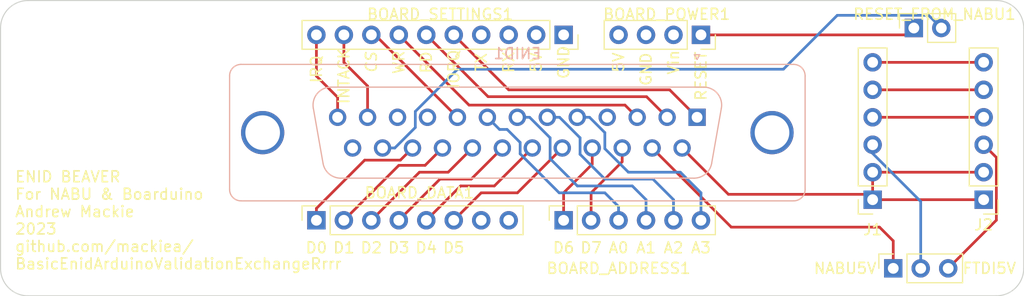
<source format=kicad_pcb>
(kicad_pcb (version 20171130) (host pcbnew "(5.1.8)-1")

  (general
    (thickness 1.6)
    (drawings 37)
    (tracks 100)
    (zones 0)
    (modules 9)
    (nets 41)
  )

  (page A4)
  (layers
    (0 F.Cu signal)
    (31 B.Cu signal)
    (32 B.Adhes user)
    (33 F.Adhes user)
    (34 B.Paste user)
    (35 F.Paste user)
    (36 B.SilkS user)
    (37 F.SilkS user)
    (38 B.Mask user)
    (39 F.Mask user)
    (40 Dwgs.User user)
    (41 Cmts.User user)
    (42 Eco1.User user)
    (43 Eco2.User user)
    (44 Edge.Cuts user)
    (45 Margin user)
    (46 B.CrtYd user)
    (47 F.CrtYd user)
    (48 B.Fab user)
    (49 F.Fab user)
  )

  (setup
    (last_trace_width 0.25)
    (trace_clearance 0.2)
    (zone_clearance 0.508)
    (zone_45_only no)
    (trace_min 0.2)
    (via_size 0.8)
    (via_drill 0.4)
    (via_min_size 0.4)
    (via_min_drill 0.3)
    (uvia_size 0.3)
    (uvia_drill 0.1)
    (uvias_allowed no)
    (uvia_min_size 0.2)
    (uvia_min_drill 0.1)
    (edge_width 0.1)
    (segment_width 0.2)
    (pcb_text_width 0.3)
    (pcb_text_size 1.5 1.5)
    (mod_edge_width 0.15)
    (mod_text_size 1 1)
    (mod_text_width 0.15)
    (pad_size 1.524 1.524)
    (pad_drill 0.762)
    (pad_to_mask_clearance 0)
    (aux_axis_origin 0 0)
    (visible_elements 7FFFFFFF)
    (pcbplotparams
      (layerselection 0x010fc_ffffffff)
      (usegerberextensions false)
      (usegerberattributes true)
      (usegerberadvancedattributes true)
      (creategerberjobfile true)
      (excludeedgelayer true)
      (linewidth 0.100000)
      (plotframeref false)
      (viasonmask false)
      (mode 1)
      (useauxorigin false)
      (hpglpennumber 1)
      (hpglpenspeed 20)
      (hpglpendiameter 15.000000)
      (psnegative false)
      (psa4output false)
      (plotreference true)
      (plotvalue true)
      (plotinvisibletext false)
      (padsonsilk false)
      (subtractmaskfromsilk false)
      (outputformat 1)
      (mirror false)
      (drillshape 0)
      (scaleselection 1)
      (outputdirectory ""))
  )

  (net 0 "")
  (net 1 ADDRESS_3)
  (net 2 ADDRESS_2)
  (net 3 ADDRESS_1)
  (net 4 ADDRESS_0)
  (net 5 DATA_7)
  (net 6 DATA_6)
  (net 7 DATA_5)
  (net 8 DATA_4)
  (net 9 DATA_3)
  (net 10 DATA_2)
  (net 11 DATA_1)
  (net 12 DATA_0)
  (net 13 GROUND_1)
  (net 14 "Net-(BOARD_POWER1-Pad4)")
  (net 15 "Net-(BOARD_POWER1-Pad3)")
  (net 16 "Net-(BOARD_POWER1-Pad2)")
  (net 17 RESET)
  (net 18 WAIT_REQUEST)
  (net 19 CARD_SELECT)
  (net 20 INTERRUPT_ACKNOWLEDGE)
  (net 21 INTERRUPT_REQUEST)
  (net 22 WRITE)
  (net 23 READ)
  (net 24 IO_REQUEST)
  (net 25 +5V_1)
  (net 26 3.58MhzClock)
  (net 27 AUDIO)
  (net 28 1.79MhzClock)
  (net 29 "Net-(J1-Pad6)")
  (net 30 "Net-(J1-Pad5)")
  (net 31 "Net-(J1-Pad4)")
  (net 32 "Net-(J1-Pad3)")
  (net 33 BOARD_RESET)
  (net 34 AREF)
  (net 35 GND_UNUSED2)
  (net 36 ARDUINO_WRITE)
  (net 37 ARDUINO_READ)
  (net 38 5V_UNUSED)
  (net 39 GND_UNUSED1)
  (net 40 "Net-(J2-Pad3)")

  (net_class Default "This is the default net class."
    (clearance 0.2)
    (trace_width 0.25)
    (via_dia 0.8)
    (via_drill 0.4)
    (uvia_dia 0.3)
    (uvia_drill 0.1)
    (add_net +5V_1)
    (add_net 1.79MhzClock)
    (add_net 3.58MhzClock)
    (add_net 5V_UNUSED)
    (add_net ADDRESS_0)
    (add_net ADDRESS_1)
    (add_net ADDRESS_2)
    (add_net ADDRESS_3)
    (add_net ARDUINO_READ)
    (add_net ARDUINO_WRITE)
    (add_net AREF)
    (add_net AUDIO)
    (add_net BOARD_RESET)
    (add_net CARD_SELECT)
    (add_net DATA_0)
    (add_net DATA_1)
    (add_net DATA_2)
    (add_net DATA_3)
    (add_net DATA_4)
    (add_net DATA_5)
    (add_net DATA_6)
    (add_net DATA_7)
    (add_net GND_UNUSED1)
    (add_net GND_UNUSED2)
    (add_net GROUND_1)
    (add_net INTERRUPT_ACKNOWLEDGE)
    (add_net INTERRUPT_REQUEST)
    (add_net IO_REQUEST)
    (add_net "Net-(BOARD_POWER1-Pad2)")
    (add_net "Net-(BOARD_POWER1-Pad3)")
    (add_net "Net-(BOARD_POWER1-Pad4)")
    (add_net "Net-(J1-Pad3)")
    (add_net "Net-(J1-Pad4)")
    (add_net "Net-(J1-Pad5)")
    (add_net "Net-(J1-Pad6)")
    (add_net "Net-(J2-Pad3)")
    (add_net READ)
    (add_net RESET)
    (add_net WAIT_REQUEST)
    (add_net WRITE)
  )

  (module Connector_PinSocket_2.54mm:PinSocket_1x02_P2.54mm_Vertical (layer F.Cu) (tedit 5A19A420) (tstamp 64047931)
    (at 169.545 116.84 90)
    (descr "Through hole straight socket strip, 1x02, 2.54mm pitch, single row (from Kicad 4.0.7), script generated")
    (tags "Through hole socket strip THT 1x02 2.54mm single row")
    (path /640647AF)
    (fp_text reference RESET_FROM_NABU1 (at 1.27 1.905 180) (layer F.SilkS)
      (effects (font (size 1 1) (thickness 0.15)))
    )
    (fp_text value Conn_01x02_Male (at -1.905 0.635 180) (layer F.Fab)
      (effects (font (size 1 1) (thickness 0.15)))
    )
    (fp_line (start -1.27 -1.27) (end 0.635 -1.27) (layer F.Fab) (width 0.1))
    (fp_line (start 0.635 -1.27) (end 1.27 -0.635) (layer F.Fab) (width 0.1))
    (fp_line (start 1.27 -0.635) (end 1.27 3.81) (layer F.Fab) (width 0.1))
    (fp_line (start 1.27 3.81) (end -1.27 3.81) (layer F.Fab) (width 0.1))
    (fp_line (start -1.27 3.81) (end -1.27 -1.27) (layer F.Fab) (width 0.1))
    (fp_line (start -1.33 1.27) (end 1.33 1.27) (layer F.SilkS) (width 0.12))
    (fp_line (start -1.33 1.27) (end -1.33 3.87) (layer F.SilkS) (width 0.12))
    (fp_line (start -1.33 3.87) (end 1.33 3.87) (layer F.SilkS) (width 0.12))
    (fp_line (start 1.33 1.27) (end 1.33 3.87) (layer F.SilkS) (width 0.12))
    (fp_line (start 1.33 -1.33) (end 1.33 0) (layer F.SilkS) (width 0.12))
    (fp_line (start 0 -1.33) (end 1.33 -1.33) (layer F.SilkS) (width 0.12))
    (fp_line (start -1.8 -1.8) (end 1.75 -1.8) (layer F.CrtYd) (width 0.05))
    (fp_line (start 1.75 -1.8) (end 1.75 4.3) (layer F.CrtYd) (width 0.05))
    (fp_line (start 1.75 4.3) (end -1.8 4.3) (layer F.CrtYd) (width 0.05))
    (fp_line (start -1.8 4.3) (end -1.8 -1.8) (layer F.CrtYd) (width 0.05))
    (pad 2 thru_hole oval (at 0 2.54 90) (size 1.7 1.7) (drill 1) (layers *.Cu *.Mask)
      (net 17 RESET))
    (pad 1 thru_hole rect (at 0 0 90) (size 1.7 1.7) (drill 1) (layers *.Cu *.Mask)
      (net 33 BOARD_RESET))
    (model ${KISYS3DMOD}/Connector_PinSocket_2.54mm.3dshapes/PinSocket_1x02_P2.54mm_Vertical.wrl
      (at (xyz 0 0 0))
      (scale (xyz 1 1 1))
      (rotate (xyz 0 0 0))
    )
  )

  (module Connector_PinSocket_2.54mm:PinSocket_1x03_P2.54mm_Vertical (layer F.Cu) (tedit 5A19A429) (tstamp 6401E423)
    (at 167.64 139.065 90)
    (descr "Through hole straight socket strip, 1x03, 2.54mm pitch, single row (from Kicad 4.0.7), script generated")
    (tags "Through hole socket strip THT 1x03 2.54mm single row")
    (path /6403770D)
    (fp_text reference POWER_FROM_ENID_OR_FTDI1 (at 2.54 1.27 180) (layer F.SilkS) hide
      (effects (font (size 1 1) (thickness 0.15)))
    )
    (fp_text value Conn_01x03_Male (at 0 -13.97 180) (layer F.Fab)
      (effects (font (size 1 1) (thickness 0.15)))
    )
    (fp_line (start -1.27 -1.27) (end 0.635 -1.27) (layer F.Fab) (width 0.1))
    (fp_line (start 0.635 -1.27) (end 1.27 -0.635) (layer F.Fab) (width 0.1))
    (fp_line (start 1.27 -0.635) (end 1.27 6.35) (layer F.Fab) (width 0.1))
    (fp_line (start 1.27 6.35) (end -1.27 6.35) (layer F.Fab) (width 0.1))
    (fp_line (start -1.27 6.35) (end -1.27 -1.27) (layer F.Fab) (width 0.1))
    (fp_line (start -1.33 1.27) (end 1.33 1.27) (layer F.SilkS) (width 0.12))
    (fp_line (start -1.33 1.27) (end -1.33 6.41) (layer F.SilkS) (width 0.12))
    (fp_line (start -1.33 6.41) (end 1.33 6.41) (layer F.SilkS) (width 0.12))
    (fp_line (start 1.33 1.27) (end 1.33 6.41) (layer F.SilkS) (width 0.12))
    (fp_line (start 1.33 -1.33) (end 1.33 0) (layer F.SilkS) (width 0.12))
    (fp_line (start 0 -1.33) (end 1.33 -1.33) (layer F.SilkS) (width 0.12))
    (fp_line (start -1.8 -1.8) (end 1.75 -1.8) (layer F.CrtYd) (width 0.05))
    (fp_line (start 1.75 -1.8) (end 1.75 6.85) (layer F.CrtYd) (width 0.05))
    (fp_line (start 1.75 6.85) (end -1.8 6.85) (layer F.CrtYd) (width 0.05))
    (fp_line (start -1.8 6.85) (end -1.8 -1.8) (layer F.CrtYd) (width 0.05))
    (pad 3 thru_hole oval (at 0 5.08 90) (size 1.7 1.7) (drill 1) (layers *.Cu *.Mask)
      (net 40 "Net-(J2-Pad3)"))
    (pad 2 thru_hole oval (at 0 2.54 90) (size 1.7 1.7) (drill 1) (layers *.Cu *.Mask)
      (net 32 "Net-(J1-Pad3)"))
    (pad 1 thru_hole rect (at 0 0 90) (size 1.7 1.7) (drill 1) (layers *.Cu *.Mask)
      (net 25 +5V_1))
    (model ${KISYS3DMOD}/Connector_PinSocket_2.54mm.3dshapes/PinSocket_1x03_P2.54mm_Vertical.wrl
      (at (xyz 0 0 0))
      (scale (xyz 1 1 1))
      (rotate (xyz 0 0 0))
    )
  )

  (module Connector_PinHeader_2.54mm:PinHeader_1x06_P2.54mm_Vertical (layer F.Cu) (tedit 59FED5CC) (tstamp 6401E40C)
    (at 176 132.715 180)
    (descr "Through hole straight pin header, 1x06, 2.54mm pitch, single row")
    (tags "Through hole pin header THT 1x06 2.54mm single row")
    (path /64028DB7)
    (fp_text reference J2 (at 0 -2.33) (layer F.SilkS)
      (effects (font (size 1 1) (thickness 0.15)))
    )
    (fp_text value FTDI (at 0 15.03) (layer F.Fab)
      (effects (font (size 1 1) (thickness 0.15)))
    )
    (fp_line (start -0.635 -1.27) (end 1.27 -1.27) (layer F.Fab) (width 0.1))
    (fp_line (start 1.27 -1.27) (end 1.27 13.97) (layer F.Fab) (width 0.1))
    (fp_line (start 1.27 13.97) (end -1.27 13.97) (layer F.Fab) (width 0.1))
    (fp_line (start -1.27 13.97) (end -1.27 -0.635) (layer F.Fab) (width 0.1))
    (fp_line (start -1.27 -0.635) (end -0.635 -1.27) (layer F.Fab) (width 0.1))
    (fp_line (start -1.33 14.03) (end 1.33 14.03) (layer F.SilkS) (width 0.12))
    (fp_line (start -1.33 1.27) (end -1.33 14.03) (layer F.SilkS) (width 0.12))
    (fp_line (start 1.33 1.27) (end 1.33 14.03) (layer F.SilkS) (width 0.12))
    (fp_line (start -1.33 1.27) (end 1.33 1.27) (layer F.SilkS) (width 0.12))
    (fp_line (start -1.33 0) (end -1.33 -1.33) (layer F.SilkS) (width 0.12))
    (fp_line (start -1.33 -1.33) (end 0 -1.33) (layer F.SilkS) (width 0.12))
    (fp_line (start -1.8 -1.8) (end -1.8 14.5) (layer F.CrtYd) (width 0.05))
    (fp_line (start -1.8 14.5) (end 1.8 14.5) (layer F.CrtYd) (width 0.05))
    (fp_line (start 1.8 14.5) (end 1.8 -1.8) (layer F.CrtYd) (width 0.05))
    (fp_line (start 1.8 -1.8) (end -1.8 -1.8) (layer F.CrtYd) (width 0.05))
    (fp_text user %R (at 0 6.35 90) (layer F.Fab)
      (effects (font (size 1 1) (thickness 0.15)))
    )
    (pad 6 thru_hole oval (at 0 12.7 180) (size 1.7 1.7) (drill 1) (layers *.Cu *.Mask)
      (net 29 "Net-(J1-Pad6)"))
    (pad 5 thru_hole oval (at 0 10.16 180) (size 1.7 1.7) (drill 1) (layers *.Cu *.Mask)
      (net 30 "Net-(J1-Pad5)"))
    (pad 4 thru_hole oval (at 0 7.62 180) (size 1.7 1.7) (drill 1) (layers *.Cu *.Mask)
      (net 31 "Net-(J1-Pad4)"))
    (pad 3 thru_hole oval (at 0 5.08 180) (size 1.7 1.7) (drill 1) (layers *.Cu *.Mask)
      (net 40 "Net-(J2-Pad3)"))
    (pad 2 thru_hole oval (at 0 2.54 180) (size 1.7 1.7) (drill 1) (layers *.Cu *.Mask)
      (net 13 GROUND_1))
    (pad 1 thru_hole rect (at 0 0 180) (size 1.7 1.7) (drill 1) (layers *.Cu *.Mask)
      (net 13 GROUND_1))
    (model ${KISYS3DMOD}/Connector_PinHeader_2.54mm.3dshapes/PinHeader_1x06_P2.54mm_Vertical.wrl
      (at (xyz 0 0 0))
      (scale (xyz 1 1 1))
      (rotate (xyz 0 0 0))
    )
  )

  (module Connector_PinSocket_2.54mm:PinSocket_1x06_P2.54mm_Vertical (layer F.Cu) (tedit 5A19A430) (tstamp 6401E3F2)
    (at 165.735 132.715 180)
    (descr "Through hole straight socket strip, 1x06, 2.54mm pitch, single row (from Kicad 4.0.7), script generated")
    (tags "Through hole socket strip THT 1x06 2.54mm single row")
    (path /64027B48)
    (fp_text reference J1 (at 0 -2.77) (layer F.SilkS)
      (effects (font (size 1 1) (thickness 0.15)))
    )
    (fp_text value BOARD_FTDI (at 0 15.47) (layer F.Fab)
      (effects (font (size 1 1) (thickness 0.15)))
    )
    (fp_line (start -1.27 -1.27) (end 0.635 -1.27) (layer F.Fab) (width 0.1))
    (fp_line (start 0.635 -1.27) (end 1.27 -0.635) (layer F.Fab) (width 0.1))
    (fp_line (start 1.27 -0.635) (end 1.27 13.97) (layer F.Fab) (width 0.1))
    (fp_line (start 1.27 13.97) (end -1.27 13.97) (layer F.Fab) (width 0.1))
    (fp_line (start -1.27 13.97) (end -1.27 -1.27) (layer F.Fab) (width 0.1))
    (fp_line (start -1.33 1.27) (end 1.33 1.27) (layer F.SilkS) (width 0.12))
    (fp_line (start -1.33 1.27) (end -1.33 14.03) (layer F.SilkS) (width 0.12))
    (fp_line (start -1.33 14.03) (end 1.33 14.03) (layer F.SilkS) (width 0.12))
    (fp_line (start 1.33 1.27) (end 1.33 14.03) (layer F.SilkS) (width 0.12))
    (fp_line (start 1.33 -1.33) (end 1.33 0) (layer F.SilkS) (width 0.12))
    (fp_line (start 0 -1.33) (end 1.33 -1.33) (layer F.SilkS) (width 0.12))
    (fp_line (start -1.8 -1.8) (end 1.75 -1.8) (layer F.CrtYd) (width 0.05))
    (fp_line (start 1.75 -1.8) (end 1.75 14.45) (layer F.CrtYd) (width 0.05))
    (fp_line (start 1.75 14.45) (end -1.8 14.45) (layer F.CrtYd) (width 0.05))
    (fp_line (start -1.8 14.45) (end -1.8 -1.8) (layer F.CrtYd) (width 0.05))
    (fp_text user %R (at 0 6.35 90) (layer F.Fab)
      (effects (font (size 1 1) (thickness 0.15)))
    )
    (pad 6 thru_hole oval (at 0 12.7 180) (size 1.7 1.7) (drill 1) (layers *.Cu *.Mask)
      (net 29 "Net-(J1-Pad6)"))
    (pad 5 thru_hole oval (at 0 10.16 180) (size 1.7 1.7) (drill 1) (layers *.Cu *.Mask)
      (net 30 "Net-(J1-Pad5)"))
    (pad 4 thru_hole oval (at 0 7.62 180) (size 1.7 1.7) (drill 1) (layers *.Cu *.Mask)
      (net 31 "Net-(J1-Pad4)"))
    (pad 3 thru_hole oval (at 0 5.08 180) (size 1.7 1.7) (drill 1) (layers *.Cu *.Mask)
      (net 32 "Net-(J1-Pad3)"))
    (pad 2 thru_hole oval (at 0 2.54 180) (size 1.7 1.7) (drill 1) (layers *.Cu *.Mask)
      (net 13 GROUND_1))
    (pad 1 thru_hole rect (at 0 0 180) (size 1.7 1.7) (drill 1) (layers *.Cu *.Mask)
      (net 13 GROUND_1))
    (model ${KISYS3DMOD}/Connector_PinSocket_2.54mm.3dshapes/PinSocket_1x06_P2.54mm_Vertical.wrl
      (at (xyz 0 0 0))
      (scale (xyz 1 1 1))
      (rotate (xyz 0 0 0))
    )
  )

  (module Connector_Dsub:DSUB-25_Male_Vertical_P2.77x2.84mm_MountingHoles (layer B.Cu) (tedit 59FEDEE2) (tstamp 6401E3D8)
    (at 149.5 125.095 180)
    (descr "25-pin D-Sub connector, straight/vertical, THT-mount, male, pitch 2.77x2.84mm, distance of mounting holes 47.1mm, see https://disti-assets.s3.amazonaws.com/tonar/files/datasheets/16730.pdf")
    (tags "25-pin D-Sub connector straight vertical THT male pitch 2.77x2.84mm mounting holes distance 47.1mm")
    (path /64040DFF)
    (fp_text reference ENID1 (at 16.62 5.89) (layer B.SilkS)
      (effects (font (size 1 1) (thickness 0.15)) (justify mirror))
    )
    (fp_text value DB25_Male_MountingHoles (at 16.62 -8.73) (layer B.Fab)
      (effects (font (size 1 1) (thickness 0.15)) (justify mirror))
    )
    (fp_line (start -8.93 4.83) (end 42.17 4.83) (layer B.Fab) (width 0.1))
    (fp_line (start 43.17 3.83) (end 43.17 -6.67) (layer B.Fab) (width 0.1))
    (fp_line (start 42.17 -7.67) (end -8.93 -7.67) (layer B.Fab) (width 0.1))
    (fp_line (start -9.93 -6.67) (end -9.93 3.83) (layer B.Fab) (width 0.1))
    (fp_line (start -8.93 4.89) (end 42.17 4.89) (layer B.SilkS) (width 0.12))
    (fp_line (start 43.23 3.83) (end 43.23 -6.67) (layer B.SilkS) (width 0.12))
    (fp_line (start 42.17 -7.73) (end -8.93 -7.73) (layer B.SilkS) (width 0.12))
    (fp_line (start -9.99 -6.67) (end -9.99 3.83) (layer B.SilkS) (width 0.12))
    (fp_line (start -0.25 5.784338) (end 0.25 5.784338) (layer B.SilkS) (width 0.12))
    (fp_line (start 0.25 5.784338) (end 0 5.351325) (layer B.SilkS) (width 0.12))
    (fp_line (start 0 5.351325) (end -0.25 5.784338) (layer B.SilkS) (width 0.12))
    (fp_line (start -0.623194 2.73) (end 33.863194 2.73) (layer B.Fab) (width 0.1))
    (fp_line (start 0.276073 -5.57) (end 32.963927 -5.57) (layer B.Fab) (width 0.1))
    (fp_line (start 35.438887 0.852163) (end 34.539619 -4.247837) (layer B.Fab) (width 0.1))
    (fp_line (start -2.198887 0.852163) (end -1.299619 -4.247837) (layer B.Fab) (width 0.1))
    (fp_line (start -0.611689 2.79) (end 33.851689 2.79) (layer B.SilkS) (width 0.12))
    (fp_line (start 0.287579 -5.63) (end 32.952421 -5.63) (layer B.SilkS) (width 0.12))
    (fp_line (start 35.48647 0.841744) (end 34.587202 -4.258256) (layer B.SilkS) (width 0.12))
    (fp_line (start -2.24647 0.841744) (end -1.347202 -4.258256) (layer B.SilkS) (width 0.12))
    (fp_line (start -10.45 5.35) (end -10.45 -8.2) (layer B.CrtYd) (width 0.05))
    (fp_line (start -10.45 -8.2) (end 43.7 -8.2) (layer B.CrtYd) (width 0.05))
    (fp_line (start 43.7 -8.2) (end 43.7 5.35) (layer B.CrtYd) (width 0.05))
    (fp_line (start 43.7 5.35) (end -10.45 5.35) (layer B.CrtYd) (width 0.05))
    (fp_text user %R (at 16.62 -1.42) (layer B.Fab)
      (effects (font (size 1 1) (thickness 0.15)) (justify mirror))
    )
    (fp_arc (start 32.952421 -3.97) (end 32.952421 -5.63) (angle 80) (layer B.SilkS) (width 0.12))
    (fp_arc (start 0.287579 -3.97) (end 0.287579 -5.63) (angle -80) (layer B.SilkS) (width 0.12))
    (fp_arc (start 33.851689 1.13) (end 33.851689 2.79) (angle -100) (layer B.SilkS) (width 0.12))
    (fp_arc (start -0.611689 1.13) (end -0.611689 2.79) (angle 100) (layer B.SilkS) (width 0.12))
    (fp_arc (start 32.963927 -3.97) (end 32.963927 -5.57) (angle 80) (layer B.Fab) (width 0.1))
    (fp_arc (start 0.276073 -3.97) (end 0.276073 -5.57) (angle -80) (layer B.Fab) (width 0.1))
    (fp_arc (start 33.863194 1.13) (end 33.863194 2.73) (angle -100) (layer B.Fab) (width 0.1))
    (fp_arc (start -0.623194 1.13) (end -0.623194 2.73) (angle 100) (layer B.Fab) (width 0.1))
    (fp_arc (start 42.17 -6.67) (end 43.23 -6.67) (angle -90) (layer B.SilkS) (width 0.12))
    (fp_arc (start -8.93 -6.67) (end -9.99 -6.67) (angle 90) (layer B.SilkS) (width 0.12))
    (fp_arc (start 42.17 3.83) (end 42.17 4.89) (angle -90) (layer B.SilkS) (width 0.12))
    (fp_arc (start -8.93 3.83) (end -9.99 3.83) (angle -90) (layer B.SilkS) (width 0.12))
    (fp_arc (start 42.17 -6.67) (end 43.17 -6.67) (angle -90) (layer B.Fab) (width 0.1))
    (fp_arc (start -8.93 -6.67) (end -9.93 -6.67) (angle 90) (layer B.Fab) (width 0.1))
    (fp_arc (start 42.17 3.83) (end 42.17 4.83) (angle -90) (layer B.Fab) (width 0.1))
    (fp_arc (start -8.93 3.83) (end -9.93 3.83) (angle -90) (layer B.Fab) (width 0.1))
    (pad 0 thru_hole circle (at 40.17 -1.42 180) (size 4 4) (drill 3.2) (layers *.Cu *.Mask))
    (pad 0 thru_hole circle (at -6.93 -1.42 180) (size 4 4) (drill 3.2) (layers *.Cu *.Mask))
    (pad 25 thru_hole circle (at 31.855 -2.84 180) (size 1.6 1.6) (drill 1) (layers *.Cu *.Mask)
      (net 18 WAIT_REQUEST))
    (pad 24 thru_hole circle (at 29.085 -2.84 180) (size 1.6 1.6) (drill 1) (layers *.Cu *.Mask)
      (net 17 RESET))
    (pad 23 thru_hole circle (at 26.315 -2.84 180) (size 1.6 1.6) (drill 1) (layers *.Cu *.Mask)
      (net 12 DATA_0))
    (pad 22 thru_hole circle (at 23.545 -2.84 180) (size 1.6 1.6) (drill 1) (layers *.Cu *.Mask)
      (net 11 DATA_1))
    (pad 21 thru_hole circle (at 20.775 -2.84 180) (size 1.6 1.6) (drill 1) (layers *.Cu *.Mask)
      (net 10 DATA_2))
    (pad 20 thru_hole circle (at 18.005 -2.84 180) (size 1.6 1.6) (drill 1) (layers *.Cu *.Mask)
      (net 9 DATA_3))
    (pad 19 thru_hole circle (at 15.235 -2.84 180) (size 1.6 1.6) (drill 1) (layers *.Cu *.Mask)
      (net 8 DATA_4))
    (pad 18 thru_hole circle (at 12.465 -2.84 180) (size 1.6 1.6) (drill 1) (layers *.Cu *.Mask)
      (net 7 DATA_5))
    (pad 17 thru_hole circle (at 9.695 -2.84 180) (size 1.6 1.6) (drill 1) (layers *.Cu *.Mask)
      (net 6 DATA_6))
    (pad 16 thru_hole circle (at 6.925 -2.84 180) (size 1.6 1.6) (drill 1) (layers *.Cu *.Mask)
      (net 5 DATA_7))
    (pad 15 thru_hole circle (at 4.155 -2.84 180) (size 1.6 1.6) (drill 1) (layers *.Cu *.Mask)
      (net 25 +5V_1))
    (pad 14 thru_hole circle (at 1.385 -2.84 180) (size 1.6 1.6) (drill 1) (layers *.Cu *.Mask)
      (net 13 GROUND_1))
    (pad 13 thru_hole circle (at 33.24 0 180) (size 1.6 1.6) (drill 1) (layers *.Cu *.Mask)
      (net 21 INTERRUPT_REQUEST))
    (pad 12 thru_hole circle (at 30.47 0 180) (size 1.6 1.6) (drill 1) (layers *.Cu *.Mask)
      (net 20 INTERRUPT_ACKNOWLEDGE))
    (pad 11 thru_hole circle (at 27.7 0 180) (size 1.6 1.6) (drill 1) (layers *.Cu *.Mask)
      (net 26 3.58MhzClock))
    (pad 10 thru_hole circle (at 24.93 0 180) (size 1.6 1.6) (drill 1) (layers *.Cu *.Mask)
      (net 27 AUDIO))
    (pad 9 thru_hole circle (at 22.16 0 180) (size 1.6 1.6) (drill 1) (layers *.Cu *.Mask)
      (net 19 CARD_SELECT))
    (pad 8 thru_hole circle (at 19.39 0 180) (size 1.6 1.6) (drill 1) (layers *.Cu *.Mask)
      (net 4 ADDRESS_0))
    (pad 7 thru_hole circle (at 16.62 0 180) (size 1.6 1.6) (drill 1) (layers *.Cu *.Mask)
      (net 3 ADDRESS_1))
    (pad 6 thru_hole circle (at 13.85 0 180) (size 1.6 1.6) (drill 1) (layers *.Cu *.Mask)
      (net 2 ADDRESS_2))
    (pad 5 thru_hole circle (at 11.08 0 180) (size 1.6 1.6) (drill 1) (layers *.Cu *.Mask)
      (net 1 ADDRESS_3))
    (pad 4 thru_hole circle (at 8.31 0 180) (size 1.6 1.6) (drill 1) (layers *.Cu *.Mask)
      (net 28 1.79MhzClock))
    (pad 3 thru_hole circle (at 5.54 0 180) (size 1.6 1.6) (drill 1) (layers *.Cu *.Mask)
      (net 22 WRITE))
    (pad 2 thru_hole circle (at 2.77 0 180) (size 1.6 1.6) (drill 1) (layers *.Cu *.Mask)
      (net 23 READ))
    (pad 1 thru_hole rect (at 0 0 180) (size 1.6 1.6) (drill 1) (layers *.Cu *.Mask)
      (net 24 IO_REQUEST))
    (model ${KISYS3DMOD}/Connector_Dsub.3dshapes/DSUB-25_Male_Vertical_P2.77x2.84mm_MountingHoles.wrl
      (at (xyz 0 0 0))
      (scale (xyz 1 1 1))
      (rotate (xyz 0 0 0))
    )
  )

  (module Connector_PinSocket_2.54mm:PinSocket_1x10_P2.54mm_Vertical (layer F.Cu) (tedit 5A19A425) (tstamp 6401E391)
    (at 137.16 117.475 270)
    (descr "Through hole straight socket strip, 1x10, 2.54mm pitch, single row (from Kicad 4.0.7), script generated")
    (tags "Through hole socket strip THT 1x10 2.54mm single row")
    (path /64022525)
    (fp_text reference BOARD_SETTINGS1 (at -1.905 11.43 180) (layer F.SilkS)
      (effects (font (size 1 1) (thickness 0.15)))
    )
    (fp_text value Conn_01x10_Female (at -1.27 10.795 180) (layer F.Fab)
      (effects (font (size 1 1) (thickness 0.15)))
    )
    (fp_line (start -1.27 -1.27) (end 0.635 -1.27) (layer F.Fab) (width 0.1))
    (fp_line (start 0.635 -1.27) (end 1.27 -0.635) (layer F.Fab) (width 0.1))
    (fp_line (start 1.27 -0.635) (end 1.27 24.13) (layer F.Fab) (width 0.1))
    (fp_line (start 1.27 24.13) (end -1.27 24.13) (layer F.Fab) (width 0.1))
    (fp_line (start -1.27 24.13) (end -1.27 -1.27) (layer F.Fab) (width 0.1))
    (fp_line (start -1.33 1.27) (end 1.33 1.27) (layer F.SilkS) (width 0.12))
    (fp_line (start -1.33 1.27) (end -1.33 24.19) (layer F.SilkS) (width 0.12))
    (fp_line (start -1.33 24.19) (end 1.33 24.19) (layer F.SilkS) (width 0.12))
    (fp_line (start 1.33 1.27) (end 1.33 24.19) (layer F.SilkS) (width 0.12))
    (fp_line (start 1.33 -1.33) (end 1.33 0) (layer F.SilkS) (width 0.12))
    (fp_line (start 0 -1.33) (end 1.33 -1.33) (layer F.SilkS) (width 0.12))
    (fp_line (start -1.8 -1.8) (end 1.75 -1.8) (layer F.CrtYd) (width 0.05))
    (fp_line (start 1.75 -1.8) (end 1.75 24.6) (layer F.CrtYd) (width 0.05))
    (fp_line (start 1.75 24.6) (end -1.8 24.6) (layer F.CrtYd) (width 0.05))
    (fp_line (start -1.8 24.6) (end -1.8 -1.8) (layer F.CrtYd) (width 0.05))
    (fp_text user %R (at 0 11.43) (layer F.Fab)
      (effects (font (size 1 1) (thickness 0.15)))
    )
    (pad 10 thru_hole oval (at 0 22.86 270) (size 1.7 1.7) (drill 1) (layers *.Cu *.Mask)
      (net 21 INTERRUPT_REQUEST))
    (pad 9 thru_hole oval (at 0 20.32 270) (size 1.7 1.7) (drill 1) (layers *.Cu *.Mask)
      (net 20 INTERRUPT_ACKNOWLEDGE))
    (pad 8 thru_hole oval (at 0 17.78 270) (size 1.7 1.7) (drill 1) (layers *.Cu *.Mask)
      (net 19 CARD_SELECT))
    (pad 7 thru_hole oval (at 0 15.24 270) (size 1.7 1.7) (drill 1) (layers *.Cu *.Mask)
      (net 22 WRITE))
    (pad 6 thru_hole oval (at 0 12.7 270) (size 1.7 1.7) (drill 1) (layers *.Cu *.Mask)
      (net 23 READ))
    (pad 5 thru_hole oval (at 0 10.16 270) (size 1.7 1.7) (drill 1) (layers *.Cu *.Mask)
      (net 24 IO_REQUEST))
    (pad 4 thru_hole oval (at 0 7.62 270) (size 1.7 1.7) (drill 1) (layers *.Cu *.Mask)
      (net 36 ARDUINO_WRITE))
    (pad 3 thru_hole oval (at 0 5.08 270) (size 1.7 1.7) (drill 1) (layers *.Cu *.Mask)
      (net 37 ARDUINO_READ))
    (pad 2 thru_hole oval (at 0 2.54 270) (size 1.7 1.7) (drill 1) (layers *.Cu *.Mask)
      (net 38 5V_UNUSED))
    (pad 1 thru_hole rect (at 0 0 270) (size 1.7 1.7) (drill 1) (layers *.Cu *.Mask)
      (net 39 GND_UNUSED1))
    (model ${KISYS3DMOD}/Connector_PinSocket_2.54mm.3dshapes/PinSocket_1x10_P2.54mm_Vertical.wrl
      (at (xyz 0 0 0))
      (scale (xyz 1 1 1))
      (rotate (xyz 0 0 0))
    )
  )

  (module Connector_PinSocket_2.54mm:PinSocket_1x04_P2.54mm_Vertical (layer F.Cu) (tedit 5A19A429) (tstamp 6401E373)
    (at 149.86 117.475 270)
    (descr "Through hole straight socket strip, 1x04, 2.54mm pitch, single row (from Kicad 4.0.7), script generated")
    (tags "Through hole socket strip THT 1x04 2.54mm single row")
    (path /64024817)
    (fp_text reference BOARD_POWER1 (at -1.905 3.175 180) (layer F.SilkS)
      (effects (font (size 1 1) (thickness 0.15)))
    )
    (fp_text value Conn_01x04_Female (at -1.27 3.175 180) (layer F.Fab)
      (effects (font (size 1 1) (thickness 0.15)))
    )
    (fp_line (start -1.27 -1.27) (end 0.635 -1.27) (layer F.Fab) (width 0.1))
    (fp_line (start 0.635 -1.27) (end 1.27 -0.635) (layer F.Fab) (width 0.1))
    (fp_line (start 1.27 -0.635) (end 1.27 8.89) (layer F.Fab) (width 0.1))
    (fp_line (start 1.27 8.89) (end -1.27 8.89) (layer F.Fab) (width 0.1))
    (fp_line (start -1.27 8.89) (end -1.27 -1.27) (layer F.Fab) (width 0.1))
    (fp_line (start -1.33 1.27) (end 1.33 1.27) (layer F.SilkS) (width 0.12))
    (fp_line (start -1.33 1.27) (end -1.33 8.95) (layer F.SilkS) (width 0.12))
    (fp_line (start -1.33 8.95) (end 1.33 8.95) (layer F.SilkS) (width 0.12))
    (fp_line (start 1.33 1.27) (end 1.33 8.95) (layer F.SilkS) (width 0.12))
    (fp_line (start 1.33 -1.33) (end 1.33 0) (layer F.SilkS) (width 0.12))
    (fp_line (start 0 -1.33) (end 1.33 -1.33) (layer F.SilkS) (width 0.12))
    (fp_line (start -1.8 -1.8) (end 1.75 -1.8) (layer F.CrtYd) (width 0.05))
    (fp_line (start 1.75 -1.8) (end 1.75 9.4) (layer F.CrtYd) (width 0.05))
    (fp_line (start 1.75 9.4) (end -1.8 9.4) (layer F.CrtYd) (width 0.05))
    (fp_line (start -1.8 9.4) (end -1.8 -1.8) (layer F.CrtYd) (width 0.05))
    (fp_text user %R (at 0 3.81) (layer F.Fab)
      (effects (font (size 1 1) (thickness 0.15)))
    )
    (pad 4 thru_hole oval (at 0 7.62 270) (size 1.7 1.7) (drill 1) (layers *.Cu *.Mask)
      (net 14 "Net-(BOARD_POWER1-Pad4)"))
    (pad 3 thru_hole oval (at 0 5.08 270) (size 1.7 1.7) (drill 1) (layers *.Cu *.Mask)
      (net 15 "Net-(BOARD_POWER1-Pad3)"))
    (pad 2 thru_hole oval (at 0 2.54 270) (size 1.7 1.7) (drill 1) (layers *.Cu *.Mask)
      (net 16 "Net-(BOARD_POWER1-Pad2)"))
    (pad 1 thru_hole rect (at 0 0 270) (size 1.7 1.7) (drill 1) (layers *.Cu *.Mask)
      (net 33 BOARD_RESET))
    (model ${KISYS3DMOD}/Connector_PinSocket_2.54mm.3dshapes/PinSocket_1x04_P2.54mm_Vertical.wrl
      (at (xyz 0 0 0))
      (scale (xyz 1 1 1))
      (rotate (xyz 0 0 0))
    )
  )

  (module Connector_PinSocket_2.54mm:PinSocket_1x08_P2.54mm_Vertical (layer F.Cu) (tedit 5A19A420) (tstamp 6401E344)
    (at 114.3 134.62 90)
    (descr "Through hole straight socket strip, 1x08, 2.54mm pitch, single row (from Kicad 4.0.7), script generated")
    (tags "Through hole socket strip THT 1x08 2.54mm single row")
    (path /64025D81)
    (fp_text reference BOARD_DATA1 (at 2.54 9.525 180) (layer F.SilkS)
      (effects (font (size 1 1) (thickness 0.15)))
    )
    (fp_text value Conn_01x08_Female (at 3.81 9.525 180) (layer F.Fab)
      (effects (font (size 1 1) (thickness 0.15)))
    )
    (fp_line (start -1.27 -1.27) (end 0.635 -1.27) (layer F.Fab) (width 0.1))
    (fp_line (start 0.635 -1.27) (end 1.27 -0.635) (layer F.Fab) (width 0.1))
    (fp_line (start 1.27 -0.635) (end 1.27 19.05) (layer F.Fab) (width 0.1))
    (fp_line (start 1.27 19.05) (end -1.27 19.05) (layer F.Fab) (width 0.1))
    (fp_line (start -1.27 19.05) (end -1.27 -1.27) (layer F.Fab) (width 0.1))
    (fp_line (start -1.33 1.27) (end 1.33 1.27) (layer F.SilkS) (width 0.12))
    (fp_line (start -1.33 1.27) (end -1.33 19.11) (layer F.SilkS) (width 0.12))
    (fp_line (start -1.33 19.11) (end 1.33 19.11) (layer F.SilkS) (width 0.12))
    (fp_line (start 1.33 1.27) (end 1.33 19.11) (layer F.SilkS) (width 0.12))
    (fp_line (start 1.33 -1.33) (end 1.33 0) (layer F.SilkS) (width 0.12))
    (fp_line (start 0 -1.33) (end 1.33 -1.33) (layer F.SilkS) (width 0.12))
    (fp_line (start -1.8 -1.8) (end 1.75 -1.8) (layer F.CrtYd) (width 0.05))
    (fp_line (start 1.75 -1.8) (end 1.75 19.55) (layer F.CrtYd) (width 0.05))
    (fp_line (start 1.75 19.55) (end -1.8 19.55) (layer F.CrtYd) (width 0.05))
    (fp_line (start -1.8 19.55) (end -1.8 -1.8) (layer F.CrtYd) (width 0.05))
    (fp_text user %R (at 0 8.89) (layer F.Fab)
      (effects (font (size 1 1) (thickness 0.15)))
    )
    (pad 8 thru_hole oval (at 0 17.78 90) (size 1.7 1.7) (drill 1) (layers *.Cu *.Mask)
      (net 34 AREF))
    (pad 7 thru_hole oval (at 0 15.24 90) (size 1.7 1.7) (drill 1) (layers *.Cu *.Mask)
      (net 35 GND_UNUSED2))
    (pad 6 thru_hole oval (at 0 12.7 90) (size 1.7 1.7) (drill 1) (layers *.Cu *.Mask)
      (net 7 DATA_5))
    (pad 5 thru_hole oval (at 0 10.16 90) (size 1.7 1.7) (drill 1) (layers *.Cu *.Mask)
      (net 8 DATA_4))
    (pad 4 thru_hole oval (at 0 7.62 90) (size 1.7 1.7) (drill 1) (layers *.Cu *.Mask)
      (net 9 DATA_3))
    (pad 3 thru_hole oval (at 0 5.08 90) (size 1.7 1.7) (drill 1) (layers *.Cu *.Mask)
      (net 10 DATA_2))
    (pad 2 thru_hole oval (at 0 2.54 90) (size 1.7 1.7) (drill 1) (layers *.Cu *.Mask)
      (net 11 DATA_1))
    (pad 1 thru_hole rect (at 0 0 90) (size 1.7 1.7) (drill 1) (layers *.Cu *.Mask)
      (net 12 DATA_0))
    (model ${KISYS3DMOD}/Connector_PinSocket_2.54mm.3dshapes/PinSocket_1x08_P2.54mm_Vertical.wrl
      (at (xyz 0 0 0))
      (scale (xyz 1 1 1))
      (rotate (xyz 0 0 0))
    )
  )

  (module Connector_PinSocket_2.54mm:PinSocket_1x06_P2.54mm_Vertical (layer F.Cu) (tedit 5A19A430) (tstamp 6401E328)
    (at 137.16 134.62 90)
    (descr "Through hole straight socket strip, 1x06, 2.54mm pitch, single row (from Kicad 4.0.7), script generated")
    (tags "Through hole socket strip THT 1x06 2.54mm single row")
    (path /6401FF74)
    (fp_text reference BOARD_ADDRESS1 (at -4.445 5.08 180) (layer F.SilkS)
      (effects (font (size 1 1) (thickness 0.15)))
    )
    (fp_text value Conn_01x06_Female (at 3.175 6.35 180) (layer F.Fab)
      (effects (font (size 1 1) (thickness 0.15)))
    )
    (fp_line (start -1.27 -1.27) (end 0.635 -1.27) (layer F.Fab) (width 0.1))
    (fp_line (start 0.635 -1.27) (end 1.27 -0.635) (layer F.Fab) (width 0.1))
    (fp_line (start 1.27 -0.635) (end 1.27 13.97) (layer F.Fab) (width 0.1))
    (fp_line (start 1.27 13.97) (end -1.27 13.97) (layer F.Fab) (width 0.1))
    (fp_line (start -1.27 13.97) (end -1.27 -1.27) (layer F.Fab) (width 0.1))
    (fp_line (start -1.33 1.27) (end 1.33 1.27) (layer F.SilkS) (width 0.12))
    (fp_line (start -1.33 1.27) (end -1.33 14.03) (layer F.SilkS) (width 0.12))
    (fp_line (start -1.33 14.03) (end 1.33 14.03) (layer F.SilkS) (width 0.12))
    (fp_line (start 1.33 1.27) (end 1.33 14.03) (layer F.SilkS) (width 0.12))
    (fp_line (start 1.33 -1.33) (end 1.33 0) (layer F.SilkS) (width 0.12))
    (fp_line (start 0 -1.33) (end 1.33 -1.33) (layer F.SilkS) (width 0.12))
    (fp_line (start -1.8 -1.8) (end 1.75 -1.8) (layer F.CrtYd) (width 0.05))
    (fp_line (start 1.75 -1.8) (end 1.75 14.45) (layer F.CrtYd) (width 0.05))
    (fp_line (start 1.75 14.45) (end -1.8 14.45) (layer F.CrtYd) (width 0.05))
    (fp_line (start -1.8 14.45) (end -1.8 -1.8) (layer F.CrtYd) (width 0.05))
    (fp_text user %R (at 0 6.35) (layer F.Fab)
      (effects (font (size 1 1) (thickness 0.15)))
    )
    (pad 6 thru_hole oval (at 0 12.7 90) (size 1.7 1.7) (drill 1) (layers *.Cu *.Mask)
      (net 1 ADDRESS_3))
    (pad 5 thru_hole oval (at 0 10.16 90) (size 1.7 1.7) (drill 1) (layers *.Cu *.Mask)
      (net 2 ADDRESS_2))
    (pad 4 thru_hole oval (at 0 7.62 90) (size 1.7 1.7) (drill 1) (layers *.Cu *.Mask)
      (net 3 ADDRESS_1))
    (pad 3 thru_hole oval (at 0 5.08 90) (size 1.7 1.7) (drill 1) (layers *.Cu *.Mask)
      (net 4 ADDRESS_0))
    (pad 2 thru_hole oval (at 0 2.54 90) (size 1.7 1.7) (drill 1) (layers *.Cu *.Mask)
      (net 5 DATA_7))
    (pad 1 thru_hole rect (at 0 0 90) (size 1.7 1.7) (drill 1) (layers *.Cu *.Mask)
      (net 6 DATA_6))
    (model ${KISYS3DMOD}/Connector_PinSocket_2.54mm.3dshapes/PinSocket_1x06_P2.54mm_Vertical.wrl
      (at (xyz 0 0 0))
      (scale (xyz 1 1 1))
      (rotate (xyz 0 0 0))
    )
  )

  (gr_text GND (at 137.16 120.015 90) (layer F.SilkS) (tstamp 642F4874)
    (effects (font (size 1 1) (thickness 0.15)))
  )
  (gr_text 5V (at 134.62 120.015 90) (layer F.SilkS) (tstamp 642F4874)
    (effects (font (size 1 1) (thickness 0.15)))
  )
  (gr_text A3 (at 149.86 137.16) (layer F.SilkS) (tstamp 642F4874)
    (effects (font (size 1 1) (thickness 0.15)))
  )
  (gr_text A2 (at 147.32 137.16) (layer F.SilkS) (tstamp 642F4874)
    (effects (font (size 1 1) (thickness 0.15)))
  )
  (gr_text A1 (at 144.78 137.16) (layer F.SilkS) (tstamp 642F4874)
    (effects (font (size 1 1) (thickness 0.15)))
  )
  (gr_text "ENID BEAVER\nFor NABU & Boarduino\nAndrew Mackie\n2023\ngithub.com/mackiea/\nBasicEnidArduinoValidationExchangeRrrr" (at 86.36 134.62) (layer F.SilkS)
    (effects (font (size 1 1) (thickness 0.15)) (justify left))
  )
  (gr_arc (start 177.165 139.065) (end 177.165 141.605) (angle -90) (layer Edge.Cuts) (width 0.1))
  (gr_arc (start 177.165 116.84) (end 179.705 116.84) (angle -90) (layer Edge.Cuts) (width 0.1))
  (gr_arc (start 87.63 139.065) (end 85.09 139.065) (angle -90) (layer Edge.Cuts) (width 0.1))
  (gr_arc (start 87.63 116.84) (end 87.63 114.3) (angle -90) (layer Edge.Cuts) (width 0.1))
  (gr_line (start 177.165 141.605) (end 87.63 141.605) (layer Edge.Cuts) (width 0.1) (tstamp 642F47E2))
  (gr_text FTDI5V (at 176.53 139.065) (layer F.SilkS)
    (effects (font (size 1 1) (thickness 0.15)))
  )
  (gr_text NABU5V (at 163.195 139.065) (layer F.SilkS)
    (effects (font (size 1 1) (thickness 0.15)))
  )
  (gr_text RESET (at 149.86 121.285 90) (layer F.SilkS)
    (effects (font (size 1 1) (thickness 0.15)))
  )
  (gr_text Vin (at 147.32 120.015 90) (layer F.SilkS)
    (effects (font (size 1 1) (thickness 0.15)))
  )
  (gr_text GND (at 144.78 120.65 90) (layer F.SilkS)
    (effects (font (size 1 1) (thickness 0.15)))
  )
  (gr_text 5V (at 142.24 120.015 90) (layer F.SilkS)
    (effects (font (size 1 1) (thickness 0.15)))
  )
  (gr_text TX (at 129.54 120.015 90) (layer F.SilkS)
    (effects (font (size 1 1) (thickness 0.15)))
  )
  (gr_text RX (at 132.08 120.015 90) (layer F.SilkS)
    (effects (font (size 1 1) (thickness 0.15)))
  )
  (gr_text IORQ (at 127 120.65 90) (layer F.SilkS)
    (effects (font (size 1 1) (thickness 0.15)))
  )
  (gr_text RD (at 124.46 120.015 90) (layer F.SilkS)
    (effects (font (size 1 1) (thickness 0.15)))
  )
  (gr_text WR (at 121.92 120.015 90) (layer F.SilkS)
    (effects (font (size 1 1) (thickness 0.15)))
  )
  (gr_text CS (at 119.38 120.015 90) (layer F.SilkS)
    (effects (font (size 1 1) (thickness 0.15) italic))
  )
  (gr_text INTACK (at 116.84 121.285 90) (layer F.SilkS)
    (effects (font (size 1 1) (thickness 0.15)))
  )
  (gr_text IRQ (at 114.3 120.65 90) (layer F.SilkS)
    (effects (font (size 1 1) (thickness 0.15)))
  )
  (gr_text A0 (at 142.24 137.16) (layer F.SilkS)
    (effects (font (size 1 1) (thickness 0.15)))
  )
  (gr_text D7 (at 139.7 137.16) (layer F.SilkS)
    (effects (font (size 1 1) (thickness 0.15)))
  )
  (gr_text D6 (at 137.16 137.16) (layer F.SilkS)
    (effects (font (size 1 1) (thickness 0.15)))
  )
  (gr_text D5 (at 127 137.16) (layer F.SilkS)
    (effects (font (size 1 1) (thickness 0.15)))
  )
  (gr_text D4 (at 124.46 137.16) (layer F.SilkS)
    (effects (font (size 1 1) (thickness 0.15)))
  )
  (gr_text D3 (at 121.92 137.16) (layer F.SilkS)
    (effects (font (size 1 1) (thickness 0.15)))
  )
  (gr_text D2 (at 119.38 137.16) (layer F.SilkS)
    (effects (font (size 1 1) (thickness 0.15)))
  )
  (gr_text D1 (at 116.84 137.16) (layer F.SilkS)
    (effects (font (size 1 1) (thickness 0.15)))
  )
  (gr_text D0 (at 114.3 137.16) (layer F.SilkS)
    (effects (font (size 1 1) (thickness 0.15)))
  )
  (gr_line (start 85.09 139.065) (end 85.09 116.84) (layer Edge.Cuts) (width 0.1) (tstamp 64046093))
  (gr_line (start 179.705 116.84) (end 179.705 139.065) (layer Edge.Cuts) (width 0.1))
  (gr_line (start 87.63 114.3) (end 177.165 114.3) (layer Edge.Cuts) (width 0.1))

  (segment (start 139.55137 125.095) (end 140.97 126.51363) (width 0.25) (layer B.Cu) (net 1))
  (segment (start 138.42 125.095) (end 139.55137 125.095) (width 0.25) (layer B.Cu) (net 1))
  (segment (start 140.97 127.995002) (end 143.149998 130.175) (width 0.25) (layer B.Cu) (net 1))
  (segment (start 140.97 126.51363) (end 140.97 127.995002) (width 0.25) (layer B.Cu) (net 1))
  (segment (start 143.149998 130.175) (end 147.955 130.175) (width 0.25) (layer B.Cu) (net 1))
  (segment (start 149.86 132.08) (end 149.86 134.62) (width 0.25) (layer B.Cu) (net 1))
  (segment (start 147.955 130.175) (end 149.86 132.08) (width 0.25) (layer B.Cu) (net 1))
  (segment (start 138.679999 126.993629) (end 138.679999 128.519999) (width 0.25) (layer B.Cu) (net 2))
  (segment (start 136.78137 125.095) (end 138.679999 126.993629) (width 0.25) (layer B.Cu) (net 2))
  (segment (start 135.65 125.095) (end 136.78137 125.095) (width 0.25) (layer B.Cu) (net 2))
  (segment (start 138.679999 128.519999) (end 140.97 130.81) (width 0.25) (layer B.Cu) (net 2))
  (segment (start 140.97 130.81) (end 145.415 130.81) (width 0.25) (layer B.Cu) (net 2))
  (segment (start 147.32 132.715) (end 147.32 134.62) (width 0.25) (layer B.Cu) (net 2))
  (segment (start 145.415 130.81) (end 147.32 132.715) (width 0.25) (layer B.Cu) (net 2))
  (segment (start 135.909999 126.993629) (end 135.909999 128.924999) (width 0.25) (layer B.Cu) (net 3))
  (segment (start 134.01137 125.095) (end 135.909999 126.993629) (width 0.25) (layer B.Cu) (net 3))
  (segment (start 132.88 125.095) (end 134.01137 125.095) (width 0.25) (layer B.Cu) (net 3))
  (segment (start 135.909999 128.924999) (end 138.43 131.445) (width 0.25) (layer B.Cu) (net 3))
  (segment (start 138.43 131.445) (end 143.51 131.445) (width 0.25) (layer B.Cu) (net 3))
  (segment (start 144.78 132.715) (end 144.78 134.62) (width 0.25) (layer B.Cu) (net 3))
  (segment (start 143.51 131.445) (end 144.78 132.715) (width 0.25) (layer B.Cu) (net 3))
  (segment (start 133.139999 128.475001) (end 136.744998 132.08) (width 0.25) (layer B.Cu) (net 4))
  (segment (start 133.139999 127.424999) (end 133.139999 128.475001) (width 0.25) (layer B.Cu) (net 4))
  (segment (start 131.935001 126.220001) (end 133.139999 127.424999) (width 0.25) (layer B.Cu) (net 4))
  (segment (start 131.235001 126.220001) (end 131.935001 126.220001) (width 0.25) (layer B.Cu) (net 4))
  (segment (start 130.11 125.095) (end 131.235001 126.220001) (width 0.25) (layer B.Cu) (net 4))
  (segment (start 136.744998 132.08) (end 140.97 132.08) (width 0.25) (layer B.Cu) (net 4))
  (segment (start 142.24 133.35) (end 142.24 134.62) (width 0.25) (layer B.Cu) (net 4))
  (segment (start 140.97 132.08) (end 142.24 133.35) (width 0.25) (layer B.Cu) (net 4))
  (segment (start 142.575 127.935) (end 142.575 129.205) (width 0.25) (layer F.Cu) (net 5))
  (segment (start 139.7 132.08) (end 139.7 134.62) (width 0.25) (layer F.Cu) (net 5))
  (segment (start 142.575 129.205) (end 139.7 132.08) (width 0.25) (layer F.Cu) (net 5))
  (segment (start 139.805 127.935) (end 139.805 129.435) (width 0.25) (layer F.Cu) (net 6))
  (segment (start 137.16 132.08) (end 137.16 134.62) (width 0.25) (layer F.Cu) (net 6))
  (segment (start 139.805 129.435) (end 137.16 132.08) (width 0.25) (layer F.Cu) (net 6))
  (segment (start 127 134.62) (end 129.54 132.08) (width 0.25) (layer F.Cu) (net 7))
  (segment (start 132.89 132.08) (end 137.035 127.935) (width 0.25) (layer F.Cu) (net 7))
  (segment (start 129.54 132.08) (end 132.89 132.08) (width 0.25) (layer F.Cu) (net 7))
  (segment (start 124.46 134.62) (end 127.635 131.445) (width 0.25) (layer F.Cu) (net 8))
  (segment (start 130.755 131.445) (end 134.265 127.935) (width 0.25) (layer F.Cu) (net 8))
  (segment (start 127.635 131.445) (end 130.755 131.445) (width 0.25) (layer F.Cu) (net 8))
  (segment (start 121.92 134.62) (end 125.73 130.81) (width 0.25) (layer F.Cu) (net 9))
  (segment (start 128.62 130.81) (end 131.495 127.935) (width 0.25) (layer F.Cu) (net 9))
  (segment (start 125.73 130.81) (end 128.62 130.81) (width 0.25) (layer F.Cu) (net 9))
  (segment (start 119.38 134.62) (end 123.825 130.175) (width 0.25) (layer F.Cu) (net 10))
  (segment (start 126.485 130.175) (end 128.725 127.935) (width 0.25) (layer F.Cu) (net 10))
  (segment (start 123.825 130.175) (end 126.485 130.175) (width 0.25) (layer F.Cu) (net 10))
  (segment (start 121.92 129.54) (end 124.35 129.54) (width 0.25) (layer F.Cu) (net 11))
  (segment (start 124.35 129.54) (end 125.955 127.935) (width 0.25) (layer F.Cu) (net 11))
  (segment (start 116.84 134.62) (end 121.92 129.54) (width 0.25) (layer F.Cu) (net 11))
  (segment (start 122.059999 129.060001) (end 123.185 127.935) (width 0.25) (layer F.Cu) (net 12))
  (segment (start 118.759999 129.060001) (end 122.059999 129.060001) (width 0.25) (layer F.Cu) (net 12))
  (segment (start 114.3 133.52) (end 118.759999 129.060001) (width 0.25) (layer F.Cu) (net 12))
  (segment (start 114.3 134.62) (end 114.3 133.52) (width 0.25) (layer F.Cu) (net 12))
  (segment (start 148.115 127.935) (end 152.4 132.22) (width 0.25) (layer F.Cu) (net 13))
  (segment (start 165.24 132.22) (end 165.735 132.715) (width 0.25) (layer F.Cu) (net 13))
  (segment (start 152.4 132.22) (end 165.24 132.22) (width 0.25) (layer F.Cu) (net 13))
  (segment (start 165.735 132.715) (end 165.735 130.175) (width 0.25) (layer F.Cu) (net 13))
  (segment (start 165.735 130.175) (end 176 130.175) (width 0.25) (layer F.Cu) (net 13))
  (segment (start 165.735 132.715) (end 176 132.715) (width 0.25) (layer F.Cu) (net 13))
  (segment (start 123.444999 124.554999) (end 127.349998 120.65) (width 0.25) (layer B.Cu) (net 17))
  (segment (start 123.444999 126.036371) (end 123.444999 124.554999) (width 0.25) (layer B.Cu) (net 17))
  (segment (start 121.54637 127.935) (end 123.444999 126.036371) (width 0.25) (layer B.Cu) (net 17))
  (segment (start 120.415 127.935) (end 121.54637 127.935) (width 0.25) (layer B.Cu) (net 17))
  (segment (start 127.349998 120.65) (end 157.48 120.65) (width 0.25) (layer B.Cu) (net 17))
  (segment (start 170.909999 115.664999) (end 172.085 116.84) (width 0.25) (layer B.Cu) (net 17))
  (segment (start 162.465001 115.664999) (end 170.909999 115.664999) (width 0.25) (layer B.Cu) (net 17))
  (segment (start 157.48 120.65) (end 162.465001 115.664999) (width 0.25) (layer B.Cu) (net 17))
  (segment (start 119.72 117.475) (end 119.38 117.475) (width 0.25) (layer F.Cu) (net 19))
  (segment (start 127.34 125.095) (end 119.72 117.475) (width 0.25) (layer F.Cu) (net 19))
  (segment (start 119.03 125.095) (end 119.03 122.205) (width 0.25) (layer F.Cu) (net 20))
  (segment (start 116.84 120.015) (end 116.84 117.475) (width 0.25) (layer F.Cu) (net 20))
  (segment (start 119.03 122.205) (end 116.84 120.015) (width 0.25) (layer F.Cu) (net 20))
  (segment (start 116.26 125.095) (end 116.26 123.245) (width 0.25) (layer F.Cu) (net 21))
  (segment (start 114.3 121.285) (end 114.3 117.475) (width 0.25) (layer F.Cu) (net 21))
  (segment (start 116.26 123.245) (end 114.3 121.285) (width 0.25) (layer F.Cu) (net 21))
  (segment (start 128.414999 123.969999) (end 121.92 117.475) (width 0.25) (layer F.Cu) (net 22))
  (segment (start 142.834999 123.969999) (end 128.414999 123.969999) (width 0.25) (layer F.Cu) (net 22))
  (segment (start 143.96 125.095) (end 142.834999 123.969999) (width 0.25) (layer F.Cu) (net 22))
  (segment (start 130.175 123.19) (end 124.46 117.475) (width 0.25) (layer F.Cu) (net 23))
  (segment (start 144.825 123.19) (end 130.175 123.19) (width 0.25) (layer F.Cu) (net 23))
  (segment (start 146.73 125.095) (end 144.825 123.19) (width 0.25) (layer F.Cu) (net 23))
  (segment (start 132.08 122.555) (end 127 117.475) (width 0.25) (layer F.Cu) (net 24))
  (segment (start 146.96 122.555) (end 132.08 122.555) (width 0.25) (layer F.Cu) (net 24))
  (segment (start 149.5 125.095) (end 146.96 122.555) (width 0.25) (layer F.Cu) (net 24))
  (segment (start 145.345 127.935) (end 152.665 135.255) (width 0.25) (layer F.Cu) (net 25))
  (segment (start 152.665 135.255) (end 166.37 135.255) (width 0.25) (layer F.Cu) (net 25))
  (segment (start 167.64 136.525) (end 167.64 139.065) (width 0.25) (layer F.Cu) (net 25))
  (segment (start 166.37 135.255) (end 167.64 136.525) (width 0.25) (layer F.Cu) (net 25))
  (segment (start 176 120.015) (end 165.735 120.015) (width 0.25) (layer F.Cu) (net 29))
  (segment (start 165.735 122.555) (end 176 122.555) (width 0.25) (layer F.Cu) (net 30))
  (segment (start 176 125.095) (end 165.735 125.095) (width 0.25) (layer F.Cu) (net 31))
  (segment (start 165.735 128.435998) (end 165.735 127.635) (width 0.25) (layer B.Cu) (net 32))
  (segment (start 170.18 132.880998) (end 165.735 128.435998) (width 0.25) (layer B.Cu) (net 32))
  (segment (start 170.18 139.065) (end 170.18 132.880998) (width 0.25) (layer B.Cu) (net 32))
  (segment (start 177.175001 128.810001) (end 176 127.635) (width 0.25) (layer F.Cu) (net 40))
  (segment (start 177.175001 134.609999) (end 177.175001 128.810001) (width 0.25) (layer F.Cu) (net 40))
  (segment (start 172.72 139.065) (end 177.175001 134.609999) (width 0.25) (layer F.Cu) (net 40))
  (segment (start 168.91 117.475) (end 169.545 116.84) (width 0.25) (layer F.Cu) (net 33))
  (segment (start 149.86 117.475) (end 168.91 117.475) (width 0.25) (layer F.Cu) (net 33))

)

</source>
